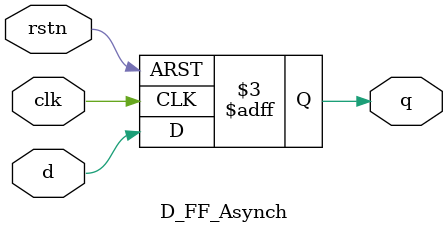
<source format=v>
`timescale 1ns / 1ps


`timescale 1ns / 1ps
//////////////////////////////////////////////////////////////////////////////////
// Company: 
// Engineer: 
// 
// Create Date: 10/23/2023 02:45:34 PM
// Design Name: 
// Module Name: D_FF_Async
// Project Name: 
// Target Devices: 
// Tool Versions: 
// Description: 
// 
// Dependencies: 
// 
// Revision:
// Revision 0.01 - File Created
// Additional Comments:
// 
//////////////////////////////////////////////////////////////////////////////////


module D_FF_Asynch(input d,
input rstn,
input clk,
output reg q);

always @ (posedge clk or negedge rstn)
    if(!rstn)
        q<=0;
    else
        q<=d;

endmodule

</source>
